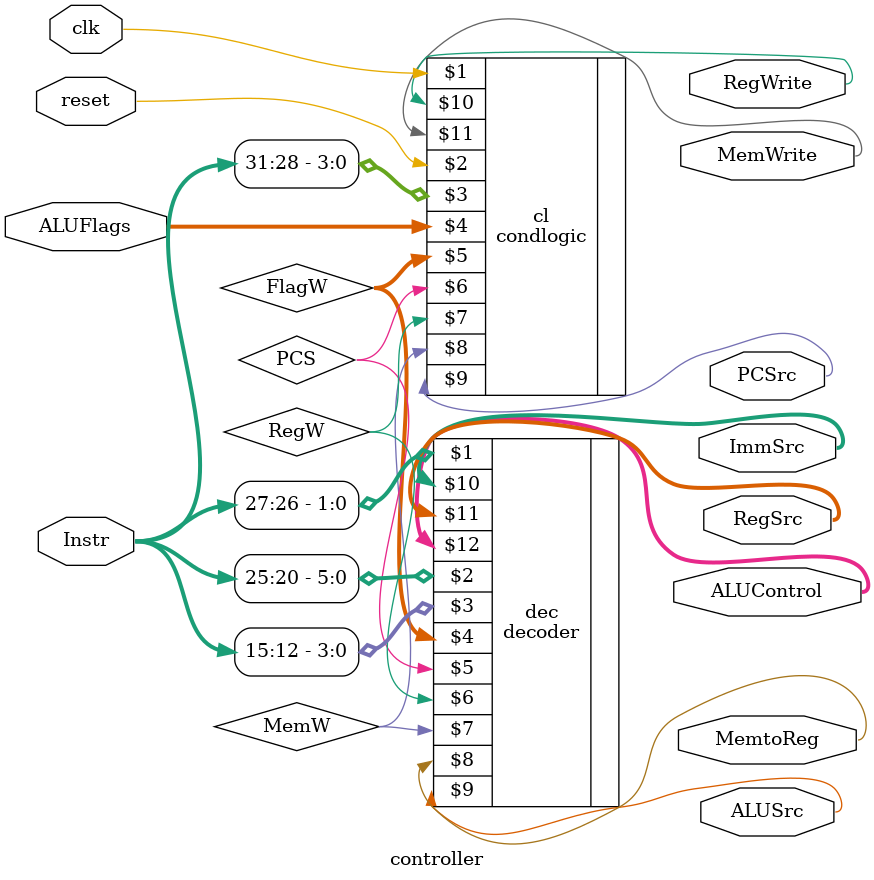
<source format=sv>
module controller(input logic clk, reset,
                input logic [31:12] Instr,
                input logic [3:0] ALUFlags,
                output logic [1:0] RegSrc,
                output logic RegWrite,
                output logic [1:0] ImmSrc,
                output logic ALUSrc,
                output logic [1:0] ALUControl,
                output logic MemWrite, MemtoReg,
                output logic PCSrc);

    logic [1:0] FlagW;
    logic PCS, RegW, MemW;

    decoder dec(Instr[27:26], Instr[25:20], Instr[15:12],
                FlagW, PCS, RegW, MemW,
                MemtoReg, ALUSrc, ImmSrc, RegSrc, ALUControl);

    condlogic cl(clk, reset, Instr[31:28], ALUFlags,
                FlagW, PCS, RegW, MemW,
                PCSrc, RegWrite, MemWrite);
endmodule
</source>
